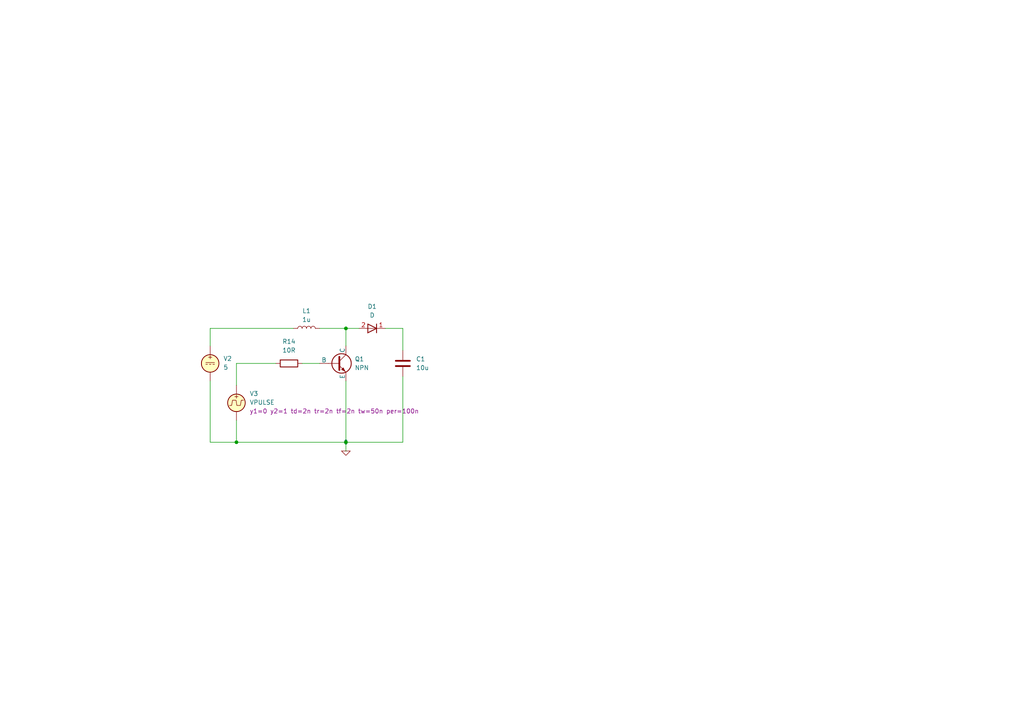
<source format=kicad_sch>
(kicad_sch (version 20231120) (generator "eeschema") (generator_version "8.0")
  (paper "A4")
  (lib_symbols
    (symbol "Device:C" (pin_numbers hide) (pin_names (offset 0.254))
      (property "Reference" "C" (at 0.635 2.54 0))
      (property "Value" "C" (at 0.635 -2.54 0))
      (symbol "C_0_1"
        (polyline (pts (xy -2.032 -0.762) (xy 2.032 -0.762)) (stroke (width 0.508)))
        (polyline (pts (xy -2.032 0.762) (xy 2.032 0.762)) (stroke (width 0.508)))
      )
      (symbol "C_1_1"
        (pin passive line (at 0 3.81 270) (length 2.794) (name "~") (number "1"))
        (pin passive line (at 0 -3.81 90) (length 2.794) (name "~") (number "2"))
      )
    )
    (symbol "Device:L" (pin_numbers hide) (pin_names (offset 1.016) hide)
      (property "Reference" "L" (at -1.27 0 90))
      (property "Value" "L" (at 1.905 0 90))
      (symbol "L_0_1"
        (arc (start 0 -2.54) (mid 0.6323 -1.905) (end 0 -1.27))
        (arc (start 0 -1.27) (mid 0.6323 -0.635) (end 0 0))
        (arc (start 0 0) (mid 0.6323 0.635) (end 0 1.27))
        (arc (start 0 1.27) (mid 0.6323 1.905) (end 0 2.54))
      )
      (symbol "L_1_1"
        (pin passive line (at 0 3.81 270) (length 1.27) (name "1") (number "1"))
        (pin passive line (at 0 -3.81 90) (length 1.27) (name "2") (number "2"))
      )
    )
    (symbol "Device:R" (pin_numbers hide) (pin_names (offset 0))
      (property "Reference" "R" (at 2.032 0 90))
      (property "Value" "R" (at 0 0 90))
      (symbol "R_0_1"
        (rectangle (start -1.016 -2.54) (end 1.016 2.54) (stroke (width 0.254)))
      )
      (symbol "R_1_1"
        (pin passive line (at 0 3.81 270) (length 1.27) (name "~") (number "1"))
        (pin passive line (at 0 -3.81 90) (length 1.27) (name "~") (number "2"))
      )
    )
    (symbol "Simulation_SPICE:0" (power) (pin_numbers hide) (pin_names (offset 0) hide)
      (property "Value" "0" (at 0 -2.54 0))
      (symbol "0_0_1"
        (polyline (pts (xy -1.27 0) (xy 0 -1.27) (xy 1.27 0) (xy -1.27 0)))
      )
      (symbol "0_1_1"
        (pin power_in line (at 0 0 0) (length 0) (name "~") (number "1"))
      )
    )
    (symbol "Simulation_SPICE:D" (pin_names (offset 1.016) hide)
      (property "Reference" "D" (at 0 2.54 0))
      (property "Value" "D" (at 0 -2.54 0))
      (symbol "D_0_1"
        (polyline (pts (xy -1.27 1.27) (xy -1.27 -1.27)) (stroke (width 0.254)))
        (polyline (pts (xy 1.27 0) (xy -1.27 0)))
        (polyline (pts (xy 1.27 1.27) (xy 1.27 -1.27) (xy -1.27 0) (xy 1.27 1.27)) (stroke (width 0.254)))
      )
      (symbol "D_1_1"
        (pin passive line (at -3.81 0 0) (length 2.54) (name "K") (number "1"))
        (pin passive line (at 3.81 0 180) (length 2.54) (name "A") (number "2"))
      )
    )
    (symbol "Simulation_SPICE:NPN" (pin_numbers hide) (pin_names (offset 0))
      (property "Reference" "Q" (at -2.54 7.62 0))
      (property "Value" "NPN" (at -2.54 5.08 0))
      (symbol "NPN_0_1"
        (polyline (pts (xy -2.54 0) (xy 0.635 0)) (stroke (width 0.1524)))
        (polyline (pts (xy 0.635 0.635) (xy 2.54 2.54)))
        (polyline (pts (xy 2.794 -1.27) (xy 2.794 -1.27)) (stroke (width 0.1524)))
        (polyline (pts (xy 2.794 -1.27) (xy 2.794 -1.27)) (stroke (width 0.1524)))
        (polyline (pts (xy 0.635 -0.635) (xy 2.54 -2.54) (xy 2.54 -2.54)))
        (polyline (pts (xy 0.635 1.905) (xy 0.635 -1.905) (xy 0.635 -1.905)) (stroke (width 0.508)))
        (polyline (pts (xy 1.27 -1.778) (xy 1.778 -1.27) (xy 2.286 -2.286) (xy 1.27 -1.778) (xy 1.27 -1.778)) (fill (type outline)))
        (circle (center 1.27 0) (radius 2.8194) (stroke (width 0.254)))
      )
      (symbol "NPN_1_1"
        (pin open_collector line (at 2.54 5.08 270) (length 2.54) (name "C") (number "1"))
        (pin input line (at -5.08 0 0) (length 2.54) (name "B") (number "2"))
        (pin open_emitter line (at 2.54 -5.08 90) (length 2.54) (name "E") (number "3"))
      )
    )
    (symbol "Simulation_SPICE:VDC" (pin_numbers hide) (pin_names (offset 0.0254))
      (property "Reference" "V" (at 2.54 2.54 0))
      (property "Value" "1" (at 2.54 0 0))
      (symbol "VDC_0_0"
        (polyline (pts (xy -1.27 0.254) (xy 1.27 0.254)))
        (polyline (pts (xy -0.762 -0.254) (xy -1.27 -0.254)))
        (polyline (pts (xy 0.254 -0.254) (xy -0.254 -0.254)))
        (polyline (pts (xy 1.27 -0.254) (xy 0.762 -0.254)))
        (text "+" (at 0 1.905 0) (effects (font (size 1.27 1.27))))
      )
      (symbol "VDC_0_1"
        (circle (center 0 0) (radius 2.54) (stroke (width 0.254)) (fill (type background)))
      )
      (symbol "VDC_1_1"
        (pin passive line (at 0 5.08 270) (length 2.54) (name "~") (number "1"))
        (pin passive line (at 0 -5.08 90) (length 2.54) (name "~") (number "2"))
      )
    )
    (symbol "Simulation_SPICE:VPULSE" (pin_numbers hide) (pin_names (offset 0.0254))
      (property "Reference" "V" (at 2.54 2.54 0))
      (property "Value" "VPULSE" (at 2.54 0 0))
      (property "Sim.Params" "y1=0 y2=1 td=2n tr=2n tf=2n tw=50n per=100n" (at 2.54 -2.54 0))
      (symbol "VPULSE_0_0"
        (polyline (pts (xy -2.032 -0.762) (xy -1.397 -0.762) (xy -1.143 0.762) (xy -0.127 0.762) (xy 0.127 -0.762) (xy 1.143 -0.762) (xy 1.397 0.762) (xy 2.032 0.762)))
        (text "+" (at 0 1.905 0) (effects (font (size 1.27 1.27))))
      )
      (symbol "VPULSE_0_1"
        (circle (center 0 0) (radius 2.54) (stroke (width 0.254)) (fill (type background)))
      )
      (symbol "VPULSE_1_1"
        (pin passive line (at 0 5.08 270) (length 2.54) (name "~") (number "1"))
        (pin passive line (at 0 -5.08 90) (length 2.54) (name "~") (number "2"))
      )
    )
  )
  (junction (at 100.33 95.25))
  (junction (at 68.58 128.27))
  (junction (at 100.33 128.27))
  (wire (pts (xy 100.33 95.25) (xy 100.33 100.33)))
  (wire (pts (xy 100.33 128.27) (xy 68.58 128.27)))
  (wire (pts (xy 92.71 95.25) (xy 100.33 95.25)))
  (wire (pts (xy 111.76 95.25) (xy 116.84 95.25)))
  (wire (pts (xy 68.58 121.92) (xy 68.58 128.27)))
  (wire (pts (xy 68.58 128.27) (xy 60.96 128.27)))
  (wire (pts (xy 80.01 105.41) (xy 68.58 105.41)))
  (wire (pts (xy 87.63 105.41) (xy 92.71 105.41)))
  (wire (pts (xy 116.84 128.27) (xy 100.33 128.27)))
  (wire (pts (xy 60.96 95.25) (xy 85.09 95.25)))
  (wire (pts (xy 100.33 95.25) (xy 104.14 95.25)))
  (wire (pts (xy 68.58 105.41) (xy 68.58 111.76)))
  (wire (pts (xy 100.33 110.49) (xy 100.33 128.27)))
  (wire (pts (xy 100.33 130.81) (xy 100.33 128.27)))
  (wire (pts (xy 60.96 128.27) (xy 60.96 110.49)))
  (wire (pts (xy 116.84 95.25) (xy 116.84 101.6)))
  (wire (pts (xy 60.96 100.33) (xy 60.96 95.25)))
  (wire (pts (xy 116.84 109.22) (xy 116.84 128.27)))
  (symbol (lib_id "Simulation_SPICE:NPN") (at 97.79 105.41 0) (unit 1)
    (property "Reference" "Q1" (at 102.87 104.1399 0) (effects (justify left)))
    (property "Value" "NPN" (at 102.87 106.6799 0) (effects (justify left)))
    (property "Datasheet" "https://ngspice.sourceforge.io/docs/ngspice-html-manual/manual.xhtml#cha_BJTs" (effects (hide yes)))
    (property "Description" "Bipolar transistor symbol for simulation only, substrate tied to the emitter" (effects (hide yes)))
    (property "Sim.Device" "NPN" (effects (hide yes)))
    (property "Sim.Type" "GUMMELPOON" (effects (hide yes)))
    (property "Sim.Pins" "1=C 2=B 3=E" (effects (hide yes)))
  )
  (symbol (lib_id "Simulation_SPICE:VPULSE") (at 68.58 116.84 0) (unit 1)
    (property "Reference" "V3" (at 72.39 114.1701 0) (effects (justify left)))
    (property "Value" "VPULSE" (at 72.39 116.7101 0) (effects (justify left)))
    (property "Datasheet" "https://ngspice.sourceforge.io/docs/ngspice-html-manual/manual.xhtml#sec_Independent_Sources_for" (effects (hide yes)))
    (property "Description" "Voltage source, pulse" (effects (hide yes)))
    (property "Sim.Pins" "1=+ 2=-" (effects (hide yes)))
    (property "Sim.Type" "PULSE" (effects (hide yes)))
    (property "Sim.Device" "V" (effects (hide yes)))
    (property "Sim.Params" "y1=0 y2=1 td=2n tr=2n tf=2n tw=50n per=100n" (at 72.39 119.2501 0) (effects (justify left)))
  )
  (symbol (lib_id "Simulation_SPICE:VDC") (at 60.96 105.41 0) (unit 1)
    (property "Reference" "V2" (at 64.77 104.0101 0) (effects (justify left)))
    (property "Value" "5" (at 64.77 106.5501 0) (effects (justify left)))
    (property "Datasheet" "https://ngspice.sourceforge.io/docs/ngspice-html-manual/manual.xhtml#sec_Independent_Sources_for" (effects (hide yes)))
    (property "Description" "Voltage source, DC" (effects (hide yes)))
    (property "Sim.Pins" "1=+ 2=-" (effects (hide yes)))
    (property "Sim.Type" "DC" (effects (hide yes)))
    (property "Sim.Device" "V" (effects (hide yes)))
  )
  (symbol (lib_id "Simulation_SPICE:0") (at 100.33 130.81 0) (unit 1)
    (property "Reference" "#GND01" (effects (hide yes)))
    (property "Value" "0" (at 100.33 128.27 0))
    (property "Datasheet" "https://ngspice.sourceforge.io/docs/ngspice-html-manual/manual.xhtml#subsec_Circuit_elements__device" (effects (hide yes)))
    (property "Description" "0V reference potential for simulation" (effects (hide yes)))
  )
  (symbol (lib_id "Device:L") (at 88.9 95.25 90) (unit 1)
    (property "Reference" "L1" (at 88.9 90.17 90))
    (property "Value" "1u" (at 88.9 92.71 90))
    (property "Description" "Inductor" (effects (hide yes)))
  )
  (symbol (lib_id "Device:R") (at 83.82 105.41 90) (unit 1)
    (property "Reference" "R14" (at 83.82 99.06 90))
    (property "Value" "10R" (at 83.82 101.6 90))
    (property "Description" "Resistor" (effects (hide yes)))
  )
  (symbol (lib_id "Device:C") (at 116.84 105.41 0) (unit 1)
    (property "Reference" "C1" (at 120.65 104.1399 0) (effects (justify left)))
    (property "Value" "10u" (at 120.65 106.6799 0) (effects (justify left)))
    (property "Description" "Unpolarized capacitor" (effects (hide yes)))
  )
  (symbol (lib_id "Simulation_SPICE:D") (at 107.95 95.25 180) (unit 1)
    (property "Reference" "D1" (at 107.95 88.9 0))
    (property "Value" "D" (at 107.95 91.44 0))
    (property "Datasheet" "https://ngspice.sourceforge.io/docs/ngspice-html-manual/manual.xhtml#cha_DIODEs" (effects (hide yes)))
    (property "Description" "Diode for simulation or PCB" (effects (hide yes)))
    (property "Sim.Device" "D" (effects (hide yes)))
    (property "Sim.Pins" "1=K 2=A" (effects (hide yes)))
    (property "Sim.Params" "rs=50m cjo=10p" (effects (hide yes)))
  )
)
</source>
